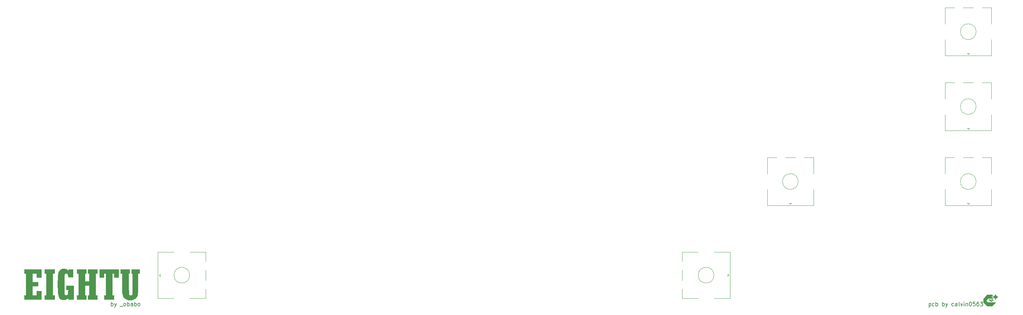
<source format=gbr>
%TF.GenerationSoftware,KiCad,Pcbnew,8.0.5*%
%TF.CreationDate,2024-10-14T19:27:37+02:00*%
%TF.ProjectId,Eightu Ortho,45696768-7475-4204-9f72-74686f2e6b69,rev?*%
%TF.SameCoordinates,Original*%
%TF.FileFunction,Legend,Top*%
%TF.FilePolarity,Positive*%
%FSLAX46Y46*%
G04 Gerber Fmt 4.6, Leading zero omitted, Abs format (unit mm)*
G04 Created by KiCad (PCBNEW 8.0.5) date 2024-10-14 19:27:37*
%MOMM*%
%LPD*%
G01*
G04 APERTURE LIST*
%ADD10C,0.150000*%
%ADD11C,0.120000*%
%ADD12C,0.000000*%
G04 APERTURE END LIST*
D10*
X283705529Y-121440652D02*
X283705529Y-122440652D01*
X283705529Y-121488271D02*
X283800767Y-121440652D01*
X283800767Y-121440652D02*
X283991243Y-121440652D01*
X283991243Y-121440652D02*
X284086481Y-121488271D01*
X284086481Y-121488271D02*
X284134100Y-121535890D01*
X284134100Y-121535890D02*
X284181719Y-121631128D01*
X284181719Y-121631128D02*
X284181719Y-121916842D01*
X284181719Y-121916842D02*
X284134100Y-122012080D01*
X284134100Y-122012080D02*
X284086481Y-122059700D01*
X284086481Y-122059700D02*
X283991243Y-122107319D01*
X283991243Y-122107319D02*
X283800767Y-122107319D01*
X283800767Y-122107319D02*
X283705529Y-122059700D01*
X285038862Y-122059700D02*
X284943624Y-122107319D01*
X284943624Y-122107319D02*
X284753148Y-122107319D01*
X284753148Y-122107319D02*
X284657910Y-122059700D01*
X284657910Y-122059700D02*
X284610291Y-122012080D01*
X284610291Y-122012080D02*
X284562672Y-121916842D01*
X284562672Y-121916842D02*
X284562672Y-121631128D01*
X284562672Y-121631128D02*
X284610291Y-121535890D01*
X284610291Y-121535890D02*
X284657910Y-121488271D01*
X284657910Y-121488271D02*
X284753148Y-121440652D01*
X284753148Y-121440652D02*
X284943624Y-121440652D01*
X284943624Y-121440652D02*
X285038862Y-121488271D01*
X285467434Y-122107319D02*
X285467434Y-121107319D01*
X285467434Y-121488271D02*
X285562672Y-121440652D01*
X285562672Y-121440652D02*
X285753148Y-121440652D01*
X285753148Y-121440652D02*
X285848386Y-121488271D01*
X285848386Y-121488271D02*
X285896005Y-121535890D01*
X285896005Y-121535890D02*
X285943624Y-121631128D01*
X285943624Y-121631128D02*
X285943624Y-121916842D01*
X285943624Y-121916842D02*
X285896005Y-122012080D01*
X285896005Y-122012080D02*
X285848386Y-122059700D01*
X285848386Y-122059700D02*
X285753148Y-122107319D01*
X285753148Y-122107319D02*
X285562672Y-122107319D01*
X285562672Y-122107319D02*
X285467434Y-122059700D01*
X287134101Y-122107319D02*
X287134101Y-121107319D01*
X287134101Y-121488271D02*
X287229339Y-121440652D01*
X287229339Y-121440652D02*
X287419815Y-121440652D01*
X287419815Y-121440652D02*
X287515053Y-121488271D01*
X287515053Y-121488271D02*
X287562672Y-121535890D01*
X287562672Y-121535890D02*
X287610291Y-121631128D01*
X287610291Y-121631128D02*
X287610291Y-121916842D01*
X287610291Y-121916842D02*
X287562672Y-122012080D01*
X287562672Y-122012080D02*
X287515053Y-122059700D01*
X287515053Y-122059700D02*
X287419815Y-122107319D01*
X287419815Y-122107319D02*
X287229339Y-122107319D01*
X287229339Y-122107319D02*
X287134101Y-122059700D01*
X287943625Y-121440652D02*
X288181720Y-122107319D01*
X288419815Y-121440652D02*
X288181720Y-122107319D01*
X288181720Y-122107319D02*
X288086482Y-122345414D01*
X288086482Y-122345414D02*
X288038863Y-122393033D01*
X288038863Y-122393033D02*
X287943625Y-122440652D01*
X289991244Y-122059700D02*
X289896006Y-122107319D01*
X289896006Y-122107319D02*
X289705530Y-122107319D01*
X289705530Y-122107319D02*
X289610292Y-122059700D01*
X289610292Y-122059700D02*
X289562673Y-122012080D01*
X289562673Y-122012080D02*
X289515054Y-121916842D01*
X289515054Y-121916842D02*
X289515054Y-121631128D01*
X289515054Y-121631128D02*
X289562673Y-121535890D01*
X289562673Y-121535890D02*
X289610292Y-121488271D01*
X289610292Y-121488271D02*
X289705530Y-121440652D01*
X289705530Y-121440652D02*
X289896006Y-121440652D01*
X289896006Y-121440652D02*
X289991244Y-121488271D01*
X290848387Y-122107319D02*
X290848387Y-121583509D01*
X290848387Y-121583509D02*
X290800768Y-121488271D01*
X290800768Y-121488271D02*
X290705530Y-121440652D01*
X290705530Y-121440652D02*
X290515054Y-121440652D01*
X290515054Y-121440652D02*
X290419816Y-121488271D01*
X290848387Y-122059700D02*
X290753149Y-122107319D01*
X290753149Y-122107319D02*
X290515054Y-122107319D01*
X290515054Y-122107319D02*
X290419816Y-122059700D01*
X290419816Y-122059700D02*
X290372197Y-121964461D01*
X290372197Y-121964461D02*
X290372197Y-121869223D01*
X290372197Y-121869223D02*
X290419816Y-121773985D01*
X290419816Y-121773985D02*
X290515054Y-121726366D01*
X290515054Y-121726366D02*
X290753149Y-121726366D01*
X290753149Y-121726366D02*
X290848387Y-121678747D01*
X291467435Y-122107319D02*
X291372197Y-122059700D01*
X291372197Y-122059700D02*
X291324578Y-121964461D01*
X291324578Y-121964461D02*
X291324578Y-121107319D01*
X291753150Y-121440652D02*
X291991245Y-122107319D01*
X291991245Y-122107319D02*
X292229340Y-121440652D01*
X292610293Y-122107319D02*
X292610293Y-121440652D01*
X292610293Y-121107319D02*
X292562674Y-121154938D01*
X292562674Y-121154938D02*
X292610293Y-121202557D01*
X292610293Y-121202557D02*
X292657912Y-121154938D01*
X292657912Y-121154938D02*
X292610293Y-121107319D01*
X292610293Y-121107319D02*
X292610293Y-121202557D01*
X293086483Y-121440652D02*
X293086483Y-122107319D01*
X293086483Y-121535890D02*
X293134102Y-121488271D01*
X293134102Y-121488271D02*
X293229340Y-121440652D01*
X293229340Y-121440652D02*
X293372197Y-121440652D01*
X293372197Y-121440652D02*
X293467435Y-121488271D01*
X293467435Y-121488271D02*
X293515054Y-121583509D01*
X293515054Y-121583509D02*
X293515054Y-122107319D01*
X294181721Y-121107319D02*
X294276959Y-121107319D01*
X294276959Y-121107319D02*
X294372197Y-121154938D01*
X294372197Y-121154938D02*
X294419816Y-121202557D01*
X294419816Y-121202557D02*
X294467435Y-121297795D01*
X294467435Y-121297795D02*
X294515054Y-121488271D01*
X294515054Y-121488271D02*
X294515054Y-121726366D01*
X294515054Y-121726366D02*
X294467435Y-121916842D01*
X294467435Y-121916842D02*
X294419816Y-122012080D01*
X294419816Y-122012080D02*
X294372197Y-122059700D01*
X294372197Y-122059700D02*
X294276959Y-122107319D01*
X294276959Y-122107319D02*
X294181721Y-122107319D01*
X294181721Y-122107319D02*
X294086483Y-122059700D01*
X294086483Y-122059700D02*
X294038864Y-122012080D01*
X294038864Y-122012080D02*
X293991245Y-121916842D01*
X293991245Y-121916842D02*
X293943626Y-121726366D01*
X293943626Y-121726366D02*
X293943626Y-121488271D01*
X293943626Y-121488271D02*
X293991245Y-121297795D01*
X293991245Y-121297795D02*
X294038864Y-121202557D01*
X294038864Y-121202557D02*
X294086483Y-121154938D01*
X294086483Y-121154938D02*
X294181721Y-121107319D01*
X295419816Y-121107319D02*
X294943626Y-121107319D01*
X294943626Y-121107319D02*
X294896007Y-121583509D01*
X294896007Y-121583509D02*
X294943626Y-121535890D01*
X294943626Y-121535890D02*
X295038864Y-121488271D01*
X295038864Y-121488271D02*
X295276959Y-121488271D01*
X295276959Y-121488271D02*
X295372197Y-121535890D01*
X295372197Y-121535890D02*
X295419816Y-121583509D01*
X295419816Y-121583509D02*
X295467435Y-121678747D01*
X295467435Y-121678747D02*
X295467435Y-121916842D01*
X295467435Y-121916842D02*
X295419816Y-122012080D01*
X295419816Y-122012080D02*
X295372197Y-122059700D01*
X295372197Y-122059700D02*
X295276959Y-122107319D01*
X295276959Y-122107319D02*
X295038864Y-122107319D01*
X295038864Y-122107319D02*
X294943626Y-122059700D01*
X294943626Y-122059700D02*
X294896007Y-122012080D01*
X296324578Y-121107319D02*
X296134102Y-121107319D01*
X296134102Y-121107319D02*
X296038864Y-121154938D01*
X296038864Y-121154938D02*
X295991245Y-121202557D01*
X295991245Y-121202557D02*
X295896007Y-121345414D01*
X295896007Y-121345414D02*
X295848388Y-121535890D01*
X295848388Y-121535890D02*
X295848388Y-121916842D01*
X295848388Y-121916842D02*
X295896007Y-122012080D01*
X295896007Y-122012080D02*
X295943626Y-122059700D01*
X295943626Y-122059700D02*
X296038864Y-122107319D01*
X296038864Y-122107319D02*
X296229340Y-122107319D01*
X296229340Y-122107319D02*
X296324578Y-122059700D01*
X296324578Y-122059700D02*
X296372197Y-122012080D01*
X296372197Y-122012080D02*
X296419816Y-121916842D01*
X296419816Y-121916842D02*
X296419816Y-121678747D01*
X296419816Y-121678747D02*
X296372197Y-121583509D01*
X296372197Y-121583509D02*
X296324578Y-121535890D01*
X296324578Y-121535890D02*
X296229340Y-121488271D01*
X296229340Y-121488271D02*
X296038864Y-121488271D01*
X296038864Y-121488271D02*
X295943626Y-121535890D01*
X295943626Y-121535890D02*
X295896007Y-121583509D01*
X295896007Y-121583509D02*
X295848388Y-121678747D01*
X296753150Y-121107319D02*
X297372197Y-121107319D01*
X297372197Y-121107319D02*
X297038864Y-121488271D01*
X297038864Y-121488271D02*
X297181721Y-121488271D01*
X297181721Y-121488271D02*
X297276959Y-121535890D01*
X297276959Y-121535890D02*
X297324578Y-121583509D01*
X297324578Y-121583509D02*
X297372197Y-121678747D01*
X297372197Y-121678747D02*
X297372197Y-121916842D01*
X297372197Y-121916842D02*
X297324578Y-122012080D01*
X297324578Y-122012080D02*
X297276959Y-122059700D01*
X297276959Y-122059700D02*
X297181721Y-122107319D01*
X297181721Y-122107319D02*
X296896007Y-122107319D01*
X296896007Y-122107319D02*
X296800769Y-122059700D01*
X296800769Y-122059700D02*
X296753150Y-122012080D01*
X75743029Y-122107319D02*
X75743029Y-121107319D01*
X75743029Y-121488271D02*
X75838267Y-121440652D01*
X75838267Y-121440652D02*
X76028743Y-121440652D01*
X76028743Y-121440652D02*
X76123981Y-121488271D01*
X76123981Y-121488271D02*
X76171600Y-121535890D01*
X76171600Y-121535890D02*
X76219219Y-121631128D01*
X76219219Y-121631128D02*
X76219219Y-121916842D01*
X76219219Y-121916842D02*
X76171600Y-122012080D01*
X76171600Y-122012080D02*
X76123981Y-122059700D01*
X76123981Y-122059700D02*
X76028743Y-122107319D01*
X76028743Y-122107319D02*
X75838267Y-122107319D01*
X75838267Y-122107319D02*
X75743029Y-122059700D01*
X76552553Y-121440652D02*
X76790648Y-122107319D01*
X77028743Y-121440652D02*
X76790648Y-122107319D01*
X76790648Y-122107319D02*
X76695410Y-122345414D01*
X76695410Y-122345414D02*
X76647791Y-122393033D01*
X76647791Y-122393033D02*
X76552553Y-122440652D01*
X77933506Y-122202557D02*
X78695410Y-122202557D01*
X79076363Y-122107319D02*
X78981125Y-122059700D01*
X78981125Y-122059700D02*
X78933506Y-122012080D01*
X78933506Y-122012080D02*
X78885887Y-121916842D01*
X78885887Y-121916842D02*
X78885887Y-121631128D01*
X78885887Y-121631128D02*
X78933506Y-121535890D01*
X78933506Y-121535890D02*
X78981125Y-121488271D01*
X78981125Y-121488271D02*
X79076363Y-121440652D01*
X79076363Y-121440652D02*
X79219220Y-121440652D01*
X79219220Y-121440652D02*
X79314458Y-121488271D01*
X79314458Y-121488271D02*
X79362077Y-121535890D01*
X79362077Y-121535890D02*
X79409696Y-121631128D01*
X79409696Y-121631128D02*
X79409696Y-121916842D01*
X79409696Y-121916842D02*
X79362077Y-122012080D01*
X79362077Y-122012080D02*
X79314458Y-122059700D01*
X79314458Y-122059700D02*
X79219220Y-122107319D01*
X79219220Y-122107319D02*
X79076363Y-122107319D01*
X79838268Y-122107319D02*
X79838268Y-121107319D01*
X79838268Y-121488271D02*
X79933506Y-121440652D01*
X79933506Y-121440652D02*
X80123982Y-121440652D01*
X80123982Y-121440652D02*
X80219220Y-121488271D01*
X80219220Y-121488271D02*
X80266839Y-121535890D01*
X80266839Y-121535890D02*
X80314458Y-121631128D01*
X80314458Y-121631128D02*
X80314458Y-121916842D01*
X80314458Y-121916842D02*
X80266839Y-122012080D01*
X80266839Y-122012080D02*
X80219220Y-122059700D01*
X80219220Y-122059700D02*
X80123982Y-122107319D01*
X80123982Y-122107319D02*
X79933506Y-122107319D01*
X79933506Y-122107319D02*
X79838268Y-122059700D01*
X81171601Y-122107319D02*
X81171601Y-121583509D01*
X81171601Y-121583509D02*
X81123982Y-121488271D01*
X81123982Y-121488271D02*
X81028744Y-121440652D01*
X81028744Y-121440652D02*
X80838268Y-121440652D01*
X80838268Y-121440652D02*
X80743030Y-121488271D01*
X81171601Y-122059700D02*
X81076363Y-122107319D01*
X81076363Y-122107319D02*
X80838268Y-122107319D01*
X80838268Y-122107319D02*
X80743030Y-122059700D01*
X80743030Y-122059700D02*
X80695411Y-121964461D01*
X80695411Y-121964461D02*
X80695411Y-121869223D01*
X80695411Y-121869223D02*
X80743030Y-121773985D01*
X80743030Y-121773985D02*
X80838268Y-121726366D01*
X80838268Y-121726366D02*
X81076363Y-121726366D01*
X81076363Y-121726366D02*
X81171601Y-121678747D01*
X81647792Y-122107319D02*
X81647792Y-121107319D01*
X81647792Y-121488271D02*
X81743030Y-121440652D01*
X81743030Y-121440652D02*
X81933506Y-121440652D01*
X81933506Y-121440652D02*
X82028744Y-121488271D01*
X82028744Y-121488271D02*
X82076363Y-121535890D01*
X82076363Y-121535890D02*
X82123982Y-121631128D01*
X82123982Y-121631128D02*
X82123982Y-121916842D01*
X82123982Y-121916842D02*
X82076363Y-122012080D01*
X82076363Y-122012080D02*
X82028744Y-122059700D01*
X82028744Y-122059700D02*
X81933506Y-122107319D01*
X81933506Y-122107319D02*
X81743030Y-122107319D01*
X81743030Y-122107319D02*
X81647792Y-122059700D01*
X82695411Y-122107319D02*
X82600173Y-122059700D01*
X82600173Y-122059700D02*
X82552554Y-122012080D01*
X82552554Y-122012080D02*
X82504935Y-121916842D01*
X82504935Y-121916842D02*
X82504935Y-121631128D01*
X82504935Y-121631128D02*
X82552554Y-121535890D01*
X82552554Y-121535890D02*
X82600173Y-121488271D01*
X82600173Y-121488271D02*
X82695411Y-121440652D01*
X82695411Y-121440652D02*
X82838268Y-121440652D01*
X82838268Y-121440652D02*
X82933506Y-121488271D01*
X82933506Y-121488271D02*
X82981125Y-121535890D01*
X82981125Y-121535890D02*
X83028744Y-121631128D01*
X83028744Y-121631128D02*
X83028744Y-121916842D01*
X83028744Y-121916842D02*
X82981125Y-122012080D01*
X82981125Y-122012080D02*
X82933506Y-122059700D01*
X82933506Y-122059700D02*
X82838268Y-122107319D01*
X82838268Y-122107319D02*
X82695411Y-122107319D01*
D11*
%TO.C,SW7*%
X242543750Y-84387500D02*
X244943750Y-84387500D01*
X242543750Y-88487500D02*
X242543750Y-84387500D01*
X242543750Y-92487500D02*
X242543750Y-96587500D01*
X242543750Y-96587500D02*
X254343750Y-96587500D01*
X247143750Y-84387500D02*
X249743750Y-84387500D01*
X248143750Y-95987500D02*
X248743750Y-95987500D01*
X248443750Y-96287500D02*
X248143750Y-95987500D01*
X248743750Y-95987500D02*
X248443750Y-96287500D01*
X251943750Y-84387500D02*
X254343750Y-84387500D01*
X254343750Y-84387500D02*
X254343750Y-88487500D01*
X254343750Y-92487500D02*
X254343750Y-96587500D01*
X250443750Y-90487500D02*
G75*
G02*
X246443750Y-90487500I-2000000J0D01*
G01*
X246443750Y-90487500D02*
G75*
G02*
X250443750Y-90487500I2000000J0D01*
G01*
%TO.C,SW4*%
X99762500Y-108400000D02*
X99762500Y-110800000D01*
X95662500Y-108400000D02*
X99762500Y-108400000D01*
X91662500Y-108400000D02*
X87562500Y-108400000D01*
X87562500Y-108400000D02*
X87562500Y-120200000D01*
X99762500Y-113000000D02*
X99762500Y-115600000D01*
X88162500Y-114000000D02*
X88162500Y-114600000D01*
X87862500Y-114300000D02*
X88162500Y-114000000D01*
X88162500Y-114600000D02*
X87862500Y-114300000D01*
X99762500Y-117800000D02*
X99762500Y-120200000D01*
X99762500Y-120200000D02*
X95662500Y-120200000D01*
X91662500Y-120200000D02*
X87562500Y-120200000D01*
X95662500Y-114300000D02*
G75*
G02*
X91662500Y-114300000I-2000000J0D01*
G01*
X91662500Y-114300000D02*
G75*
G02*
X95662500Y-114300000I2000000J0D01*
G01*
D12*
%TO.C,G\u002A\u002A\u002A*%
G36*
X61382256Y-113344590D02*
G01*
X61382256Y-113887767D01*
X61149466Y-113887767D01*
X60916675Y-113887767D01*
X60916675Y-116652410D01*
X60916675Y-119417053D01*
X61136533Y-119432960D01*
X61356390Y-119448867D01*
X61371133Y-119979112D01*
X61385875Y-120509356D01*
X60064921Y-120509356D01*
X58743967Y-120509356D01*
X58743967Y-119966179D01*
X58743967Y-119423002D01*
X58950891Y-119423002D01*
X59157816Y-119423002D01*
X59157816Y-116655385D01*
X59157816Y-113887767D01*
X58950891Y-113887767D01*
X58743967Y-113887767D01*
X58743967Y-113344590D01*
X58743967Y-112801413D01*
X60063111Y-112801413D01*
X61382256Y-112801413D01*
X61382256Y-113344590D01*
G37*
G36*
X77625840Y-113887767D02*
G01*
X77625840Y-114974122D01*
X77030932Y-114974122D01*
X76436024Y-114974122D01*
X76436024Y-114430945D01*
X76436024Y-113887767D01*
X76254965Y-113887767D01*
X76073905Y-113887767D01*
X76073905Y-116655385D01*
X76073905Y-119423002D01*
X76280830Y-119423002D01*
X76487755Y-119423002D01*
X76487755Y-119966179D01*
X76487755Y-120509356D01*
X75194476Y-120509356D01*
X73901197Y-120509356D01*
X73901197Y-119966179D01*
X73901197Y-119423002D01*
X74108121Y-119423002D01*
X74315046Y-119423002D01*
X74315046Y-116655385D01*
X74315046Y-113887767D01*
X74133987Y-113887767D01*
X73952928Y-113887767D01*
X73952928Y-114430945D01*
X73952928Y-114974122D01*
X73358020Y-114974122D01*
X72763111Y-114974122D01*
X72763111Y-113887767D01*
X72763111Y-112801413D01*
X75194476Y-112801413D01*
X77625840Y-112801413D01*
X77625840Y-113887767D01*
G37*
G36*
X58019730Y-113887767D02*
G01*
X58019730Y-114974122D01*
X57373091Y-114974122D01*
X56726451Y-114974122D01*
X56726451Y-114430945D01*
X56726451Y-113887767D01*
X56235005Y-113887767D01*
X55743559Y-113887767D01*
X55743559Y-114974122D01*
X55743559Y-116060476D01*
X56467795Y-116060476D01*
X57192032Y-116060476D01*
X57192032Y-116603653D01*
X57192032Y-117146831D01*
X56467795Y-117146831D01*
X55743559Y-117146831D01*
X55743559Y-118284916D01*
X55743559Y-119423002D01*
X56235005Y-119423002D01*
X56726451Y-119423002D01*
X56726451Y-118879825D01*
X56726451Y-118336647D01*
X57373091Y-118336647D01*
X58019730Y-118336647D01*
X58019730Y-119423002D01*
X58019730Y-120509356D01*
X55821156Y-120509356D01*
X53622582Y-120509356D01*
X53622582Y-119966179D01*
X53622582Y-119423002D01*
X53829506Y-119423002D01*
X54036431Y-119423002D01*
X54036431Y-116655385D01*
X54036431Y-113887767D01*
X53829506Y-113887767D01*
X53622582Y-113887767D01*
X53622582Y-113344590D01*
X53622582Y-112801413D01*
X55821156Y-112801413D01*
X58019730Y-112801413D01*
X58019730Y-113887767D01*
G37*
G36*
X69452317Y-113344590D02*
G01*
X69452317Y-113887767D01*
X69271258Y-113887767D01*
X69090199Y-113887767D01*
X69090199Y-114896525D01*
X69090199Y-115905283D01*
X69607510Y-115905283D01*
X70124822Y-115905283D01*
X70124822Y-114896525D01*
X70124822Y-113887767D01*
X69943763Y-113887767D01*
X69762704Y-113887767D01*
X69762704Y-113344590D01*
X69762704Y-112801413D01*
X71004252Y-112801413D01*
X72245800Y-112801413D01*
X72245800Y-113344590D01*
X72245800Y-113887767D01*
X72038875Y-113887767D01*
X71831950Y-113887767D01*
X71831950Y-116655385D01*
X71831950Y-119423002D01*
X72038875Y-119423002D01*
X72245800Y-119423002D01*
X72245800Y-119966179D01*
X72245800Y-120509356D01*
X71002442Y-120509356D01*
X69759084Y-120509356D01*
X69773827Y-119979112D01*
X69788569Y-119448867D01*
X69956696Y-119432657D01*
X70124822Y-119416446D01*
X70124822Y-118204042D01*
X70124822Y-116991637D01*
X69607510Y-116991637D01*
X69090199Y-116991637D01*
X69090199Y-118207319D01*
X69090199Y-119423002D01*
X69271258Y-119423002D01*
X69452317Y-119423002D01*
X69452317Y-119966179D01*
X69452317Y-120509356D01*
X68210769Y-120509356D01*
X66969221Y-120509356D01*
X66969221Y-119966179D01*
X66969221Y-119423002D01*
X67176146Y-119423002D01*
X67383070Y-119423002D01*
X67383070Y-116655385D01*
X67383070Y-113887767D01*
X67176146Y-113887767D01*
X66969221Y-113887767D01*
X66969221Y-113344590D01*
X66969221Y-112801413D01*
X68210769Y-112801413D01*
X69452317Y-112801413D01*
X69452317Y-113344590D01*
G37*
G36*
X80471054Y-113344590D02*
G01*
X80471054Y-113887767D01*
X80340355Y-113887767D01*
X80209656Y-113887767D01*
X80223960Y-116522308D01*
X80227258Y-117111905D01*
X80230465Y-117606885D01*
X80233973Y-118016089D01*
X80238176Y-118348362D01*
X80243464Y-118612547D01*
X80250231Y-118817487D01*
X80258869Y-118972026D01*
X80269770Y-119085005D01*
X80283326Y-119165270D01*
X80299929Y-119221662D01*
X80319973Y-119263026D01*
X80343848Y-119298204D01*
X80347309Y-119302858D01*
X80441268Y-119400662D01*
X80555963Y-119442195D01*
X80677979Y-119448867D01*
X80836729Y-119435087D01*
X80940946Y-119379956D01*
X81008648Y-119302867D01*
X81033060Y-119267839D01*
X81053590Y-119227780D01*
X81070630Y-119173844D01*
X81084576Y-119097191D01*
X81095821Y-118988975D01*
X81104758Y-118840355D01*
X81111781Y-118642486D01*
X81117284Y-118386526D01*
X81121660Y-118063631D01*
X81125304Y-117664958D01*
X81128608Y-117181664D01*
X81131966Y-116604906D01*
X81132429Y-116522317D01*
X81147165Y-113887767D01*
X80990168Y-113887767D01*
X80833172Y-113887767D01*
X80833172Y-113344590D01*
X80833172Y-112801413D01*
X81919527Y-112801413D01*
X83005881Y-112801413D01*
X83005881Y-113344590D01*
X83005881Y-113887767D01*
X82798956Y-113887767D01*
X82592032Y-113887767D01*
X82590434Y-116202737D01*
X82588847Y-116873362D01*
X82584422Y-117449551D01*
X82576169Y-117940316D01*
X82563101Y-118354667D01*
X82544227Y-118701615D01*
X82518561Y-118990170D01*
X82485112Y-119229344D01*
X82442893Y-119428146D01*
X82390914Y-119595587D01*
X82328187Y-119740678D01*
X82253723Y-119872430D01*
X82175077Y-119988121D01*
X81914632Y-120262070D01*
X81582985Y-120473303D01*
X81194787Y-120616843D01*
X80764690Y-120687716D01*
X80307343Y-120680946D01*
X80181469Y-120665217D01*
X79720944Y-120556730D01*
X79336849Y-120378717D01*
X79027807Y-120129849D01*
X78792446Y-119808800D01*
X78629392Y-119414241D01*
X78558095Y-119097034D01*
X78546884Y-118975621D01*
X78536596Y-118761619D01*
X78527435Y-118465897D01*
X78519609Y-118099325D01*
X78513323Y-117672773D01*
X78508784Y-117197111D01*
X78506197Y-116683208D01*
X78505661Y-116332065D01*
X78505270Y-113887767D01*
X78298345Y-113887767D01*
X78091421Y-113887767D01*
X78091421Y-113344590D01*
X78091421Y-112801413D01*
X79281237Y-112801413D01*
X80471054Y-112801413D01*
X80471054Y-113344590D01*
G37*
G36*
X63999292Y-112687876D02*
G01*
X64249153Y-112739358D01*
X64469290Y-112839632D01*
X64695116Y-113000911D01*
X64737874Y-113036329D01*
X64899975Y-113172728D01*
X64899975Y-112987071D01*
X64899975Y-112801413D01*
X65494883Y-112801413D01*
X66089791Y-112801413D01*
X66089791Y-113836036D01*
X66089791Y-114870660D01*
X65417286Y-114870660D01*
X64744781Y-114870660D01*
X64744701Y-114599071D01*
X64713770Y-114322205D01*
X64627434Y-114105331D01*
X64495112Y-113959010D01*
X64326220Y-113893799D01*
X64137060Y-113917783D01*
X64070889Y-113942999D01*
X64015334Y-113973917D01*
X63969467Y-114019186D01*
X63932361Y-114087454D01*
X63903086Y-114187369D01*
X63880716Y-114327579D01*
X63864321Y-114516732D01*
X63852973Y-114763476D01*
X63845745Y-115076458D01*
X63841709Y-115464328D01*
X63839935Y-115935733D01*
X63839496Y-116499320D01*
X63839486Y-116690400D01*
X63839594Y-117252811D01*
X63840181Y-117721042D01*
X63841641Y-118104377D01*
X63844367Y-118412098D01*
X63848754Y-118653488D01*
X63855195Y-118837829D01*
X63864083Y-118974405D01*
X63875814Y-119072499D01*
X63890780Y-119141392D01*
X63909375Y-119190369D01*
X63931994Y-119228711D01*
X63948120Y-119251092D01*
X64098905Y-119377467D01*
X64282298Y-119421973D01*
X64466712Y-119382597D01*
X64591227Y-119292060D01*
X64649535Y-119221176D01*
X64688129Y-119141287D01*
X64712126Y-119028637D01*
X64726641Y-118859469D01*
X64736557Y-118617132D01*
X64754199Y-118077992D01*
X64516700Y-118077992D01*
X64279201Y-118077992D01*
X64279201Y-117508949D01*
X64279201Y-116939906D01*
X65262093Y-116939906D01*
X66244985Y-116939906D01*
X66244985Y-118724631D01*
X66244985Y-120509356D01*
X65494883Y-120509356D01*
X64744781Y-120509356D01*
X64744781Y-120349816D01*
X64744781Y-120190275D01*
X64542529Y-120350462D01*
X64215385Y-120546488D01*
X63854544Y-120647035D01*
X63469268Y-120650744D01*
X63089384Y-120563448D01*
X62818426Y-120431985D01*
X62598213Y-120237215D01*
X62425010Y-119971945D01*
X62295081Y-119628983D01*
X62204692Y-119201133D01*
X62156246Y-118766480D01*
X62141536Y-118511755D01*
X62129704Y-118176583D01*
X62120745Y-117778819D01*
X62114658Y-117336320D01*
X62111439Y-116866941D01*
X62111086Y-116388537D01*
X62113596Y-115918964D01*
X62118967Y-115476077D01*
X62127195Y-115077731D01*
X62138278Y-114741782D01*
X62152213Y-114486087D01*
X62156912Y-114428114D01*
X62234122Y-113918081D01*
X62365729Y-113494066D01*
X62551343Y-113156852D01*
X62790571Y-112907221D01*
X62974668Y-112792282D01*
X63120556Y-112730323D01*
X63270359Y-112693660D01*
X63458464Y-112676511D01*
X63684292Y-112672973D01*
X63999292Y-112687876D01*
G37*
G36*
X300047500Y-120615000D02*
G01*
X300189983Y-120757500D01*
X299996233Y-120757500D01*
X299802483Y-120757500D01*
X299660000Y-120615000D01*
X299517516Y-120472500D01*
X299711266Y-120472500D01*
X299905016Y-120472500D01*
X300047500Y-120615000D01*
G37*
G36*
X299555629Y-120755629D02*
G01*
X299586986Y-120786998D01*
X299617369Y-120817416D01*
X299646592Y-120846694D01*
X299674467Y-120874644D01*
X299700807Y-120901078D01*
X299725424Y-120925806D01*
X299748133Y-120948640D01*
X299768744Y-120969393D01*
X299787071Y-120987874D01*
X299802927Y-121003897D01*
X299816125Y-121017273D01*
X299826477Y-121027812D01*
X299833797Y-121035327D01*
X299837896Y-121039630D01*
X299838750Y-121040629D01*
X299836313Y-121040926D01*
X299829259Y-121041209D01*
X299817969Y-121041473D01*
X299802825Y-121041715D01*
X299784209Y-121041932D01*
X299762503Y-121042119D01*
X299738090Y-121042273D01*
X299711351Y-121042390D01*
X299682668Y-121042467D01*
X299652424Y-121042499D01*
X299646870Y-121042500D01*
X299454991Y-121042500D01*
X299170000Y-120757500D01*
X298885008Y-120472500D01*
X299078758Y-120472500D01*
X299272508Y-120472500D01*
X299555629Y-120755629D01*
G37*
G36*
X299876149Y-119431149D02*
G01*
X299898326Y-119453355D01*
X299919429Y-119474535D01*
X299939197Y-119494427D01*
X299957370Y-119512764D01*
X299973688Y-119529284D01*
X299987890Y-119543722D01*
X299999716Y-119555813D01*
X300008906Y-119565292D01*
X300015198Y-119571896D01*
X300018333Y-119575360D01*
X300018641Y-119575828D01*
X300016322Y-119577631D01*
X300010777Y-119581840D01*
X300002783Y-119587870D01*
X299993117Y-119595132D01*
X299990871Y-119596816D01*
X299928252Y-119640677D01*
X299862374Y-119680879D01*
X299793559Y-119717255D01*
X299722130Y-119749637D01*
X299648408Y-119777854D01*
X299638313Y-119781330D01*
X299618972Y-119787672D01*
X299597121Y-119794453D01*
X299574082Y-119801291D01*
X299551180Y-119807805D01*
X299529740Y-119813616D01*
X299511084Y-119818340D01*
X299503750Y-119820056D01*
X299495820Y-119821969D01*
X299489912Y-119823622D01*
X299487869Y-119824384D01*
X299489402Y-119825376D01*
X299495025Y-119827309D01*
X299503968Y-119829951D01*
X299515463Y-119833069D01*
X299522869Y-119834973D01*
X299601098Y-119856886D01*
X299675988Y-119882379D01*
X299747837Y-119911603D01*
X299816945Y-119944708D01*
X299883612Y-119981846D01*
X299948135Y-120023165D01*
X300010814Y-120068818D01*
X300050000Y-120100296D01*
X300060334Y-120109243D01*
X300072538Y-120120367D01*
X300086189Y-120133235D01*
X300100865Y-120147413D01*
X300116146Y-120162469D01*
X300131608Y-120177968D01*
X300146831Y-120193479D01*
X300161393Y-120208566D01*
X300174871Y-120222797D01*
X300186844Y-120235740D01*
X300196890Y-120246959D01*
X300204587Y-120256023D01*
X300209515Y-120262497D01*
X300211250Y-120265949D01*
X300208782Y-120266076D01*
X300201511Y-120266201D01*
X300189631Y-120266323D01*
X300173340Y-120266441D01*
X300152832Y-120266555D01*
X300128304Y-120266665D01*
X300099951Y-120266770D01*
X300067971Y-120266869D01*
X300032558Y-120266963D01*
X299993908Y-120267051D01*
X299952218Y-120267132D01*
X299907684Y-120267206D01*
X299860501Y-120267273D01*
X299810865Y-120267332D01*
X299758973Y-120267383D01*
X299705020Y-120267425D01*
X299649202Y-120267458D01*
X299591716Y-120267482D01*
X299532756Y-120267496D01*
X299481870Y-120267500D01*
X298752490Y-120267499D01*
X298507500Y-120512500D01*
X298262509Y-120757500D01*
X298507500Y-121002500D01*
X298752490Y-121247500D01*
X299732492Y-121247500D01*
X300712495Y-121247500D01*
X300222500Y-121737500D01*
X299732504Y-122227500D01*
X299118750Y-122227500D01*
X298504995Y-122227500D01*
X298015622Y-121738122D01*
X297526250Y-121248745D01*
X297526249Y-120757495D01*
X297526249Y-120266245D01*
X298015627Y-119776872D01*
X298505004Y-119287500D01*
X299118760Y-119287500D01*
X299732516Y-119287500D01*
X299876149Y-119431149D01*
G37*
G36*
X300604340Y-119031636D02*
G01*
X300605863Y-119035002D01*
X300608019Y-119042008D01*
X300611017Y-119053170D01*
X300612477Y-119058831D01*
X300632986Y-119128935D01*
X300658077Y-119197109D01*
X300687667Y-119263189D01*
X300721673Y-119327014D01*
X300760015Y-119388421D01*
X300802607Y-119447247D01*
X300821752Y-119471155D01*
X300845185Y-119498187D01*
X300871893Y-119526594D01*
X300900781Y-119555317D01*
X300930756Y-119583298D01*
X300960725Y-119609478D01*
X300985000Y-119629228D01*
X301037417Y-119667400D01*
X301093336Y-119702710D01*
X301151977Y-119734774D01*
X301212562Y-119763210D01*
X301274308Y-119787635D01*
X301336438Y-119807667D01*
X301363843Y-119815028D01*
X301375927Y-119818092D01*
X301386445Y-119820799D01*
X301394342Y-119822875D01*
X301398558Y-119824045D01*
X301398750Y-119824106D01*
X301397781Y-119825102D01*
X301392677Y-119827052D01*
X301384156Y-119829724D01*
X301372939Y-119832887D01*
X301365000Y-119834979D01*
X301296242Y-119855190D01*
X301229538Y-119879870D01*
X301165064Y-119908857D01*
X301102995Y-119941984D01*
X301043507Y-119979089D01*
X300986778Y-120020006D01*
X300932983Y-120064572D01*
X300882298Y-120112621D01*
X300834900Y-120163990D01*
X300790965Y-120218514D01*
X300750669Y-120276029D01*
X300714188Y-120336371D01*
X300681698Y-120399374D01*
X300653377Y-120464876D01*
X300634832Y-120515974D01*
X300629399Y-120532794D01*
X300623755Y-120551197D01*
X300618458Y-120569315D01*
X300614060Y-120585278D01*
X300612774Y-120590258D01*
X300609412Y-120603525D01*
X300607022Y-120612470D01*
X300605355Y-120617622D01*
X300604165Y-120619508D01*
X300603202Y-120618657D01*
X300602218Y-120615596D01*
X300601732Y-120613750D01*
X300595850Y-120591305D01*
X300590906Y-120572801D01*
X300586637Y-120557324D01*
X300582782Y-120543963D01*
X300579079Y-120531803D01*
X300575264Y-120519932D01*
X300571947Y-120510000D01*
X300546809Y-120443442D01*
X300517237Y-120379011D01*
X300483411Y-120316911D01*
X300445514Y-120257346D01*
X300403727Y-120200522D01*
X300358231Y-120146642D01*
X300309208Y-120095911D01*
X300256839Y-120048532D01*
X300201305Y-120004712D01*
X300142788Y-119964654D01*
X300081469Y-119928562D01*
X300035000Y-119904818D01*
X299991396Y-119885203D01*
X299945959Y-119867169D01*
X299900215Y-119851266D01*
X299855690Y-119838040D01*
X299833118Y-119832306D01*
X299823127Y-119829743D01*
X299815504Y-119827422D01*
X299811181Y-119825650D01*
X299810618Y-119824898D01*
X299813621Y-119823717D01*
X299820522Y-119821620D01*
X299830363Y-119818881D01*
X299842184Y-119815773D01*
X299845000Y-119815056D01*
X299911801Y-119795587D01*
X299977208Y-119771437D01*
X300040944Y-119742798D01*
X300102733Y-119709862D01*
X300162297Y-119672822D01*
X300219361Y-119631870D01*
X300273647Y-119587199D01*
X300324878Y-119539000D01*
X300372779Y-119487467D01*
X300417072Y-119432790D01*
X300439514Y-119401851D01*
X300478302Y-119341970D01*
X300512765Y-119279823D01*
X300542973Y-119215251D01*
X300568996Y-119148095D01*
X300590905Y-119078197D01*
X300602367Y-119033776D01*
X300603244Y-119031399D01*
X300604340Y-119031636D01*
G37*
D11*
%TO.C,SW5*%
X220912500Y-120200000D02*
X220912500Y-117800000D01*
X225012500Y-120200000D02*
X220912500Y-120200000D01*
X229012500Y-120200000D02*
X233112500Y-120200000D01*
X233112500Y-120200000D02*
X233112500Y-108400000D01*
X220912500Y-115600000D02*
X220912500Y-113000000D01*
X232512500Y-114600000D02*
X232512500Y-114000000D01*
X232812500Y-114300000D02*
X232512500Y-114600000D01*
X232512500Y-114000000D02*
X232812500Y-114300000D01*
X220912500Y-110800000D02*
X220912500Y-108400000D01*
X220912500Y-108400000D02*
X225012500Y-108400000D01*
X229012500Y-108400000D02*
X233112500Y-108400000D01*
X229012500Y-114300000D02*
G75*
G02*
X225012500Y-114300000I-2000000J0D01*
G01*
X225012500Y-114300000D02*
G75*
G02*
X229012500Y-114300000I2000000J0D01*
G01*
%TO.C,SW2*%
X287787500Y-65337500D02*
X290187500Y-65337500D01*
X287787500Y-69437500D02*
X287787500Y-65337500D01*
X287787500Y-73437500D02*
X287787500Y-77537500D01*
X287787500Y-77537500D02*
X299587500Y-77537500D01*
X292387500Y-65337500D02*
X294987500Y-65337500D01*
X293387500Y-76937500D02*
X293987500Y-76937500D01*
X293687500Y-77237500D02*
X293387500Y-76937500D01*
X293987500Y-76937500D02*
X293687500Y-77237500D01*
X297187500Y-65337500D02*
X299587500Y-65337500D01*
X299587500Y-65337500D02*
X299587500Y-69437500D01*
X299587500Y-73437500D02*
X299587500Y-77537500D01*
X295687500Y-71437500D02*
G75*
G02*
X291687500Y-71437500I-2000000J0D01*
G01*
X291687500Y-71437500D02*
G75*
G02*
X295687500Y-71437500I2000000J0D01*
G01*
%TO.C,SW3*%
X287787500Y-84387500D02*
X290187500Y-84387500D01*
X287787500Y-88487500D02*
X287787500Y-84387500D01*
X287787500Y-92487500D02*
X287787500Y-96587500D01*
X287787500Y-96587500D02*
X299587500Y-96587500D01*
X292387500Y-84387500D02*
X294987500Y-84387500D01*
X293387500Y-95987500D02*
X293987500Y-95987500D01*
X293687500Y-96287500D02*
X293387500Y-95987500D01*
X293987500Y-95987500D02*
X293687500Y-96287500D01*
X297187500Y-84387500D02*
X299587500Y-84387500D01*
X299587500Y-84387500D02*
X299587500Y-88487500D01*
X299587500Y-92487500D02*
X299587500Y-96587500D01*
X295687500Y-90487500D02*
G75*
G02*
X291687500Y-90487500I-2000000J0D01*
G01*
X291687500Y-90487500D02*
G75*
G02*
X295687500Y-90487500I2000000J0D01*
G01*
%TO.C,SW1*%
X287787500Y-46287500D02*
X290187500Y-46287500D01*
X287787500Y-50387500D02*
X287787500Y-46287500D01*
X287787500Y-54387500D02*
X287787500Y-58487500D01*
X287787500Y-58487500D02*
X299587500Y-58487500D01*
X292387500Y-46287500D02*
X294987500Y-46287500D01*
X293387500Y-57887500D02*
X293987500Y-57887500D01*
X293687500Y-58187500D02*
X293387500Y-57887500D01*
X293987500Y-57887500D02*
X293687500Y-58187500D01*
X297187500Y-46287500D02*
X299587500Y-46287500D01*
X299587500Y-46287500D02*
X299587500Y-50387500D01*
X299587500Y-54387500D02*
X299587500Y-58487500D01*
X295687500Y-52387500D02*
G75*
G02*
X291687500Y-52387500I-2000000J0D01*
G01*
X291687500Y-52387500D02*
G75*
G02*
X295687500Y-52387500I2000000J0D01*
G01*
%TD*%
M02*

</source>
